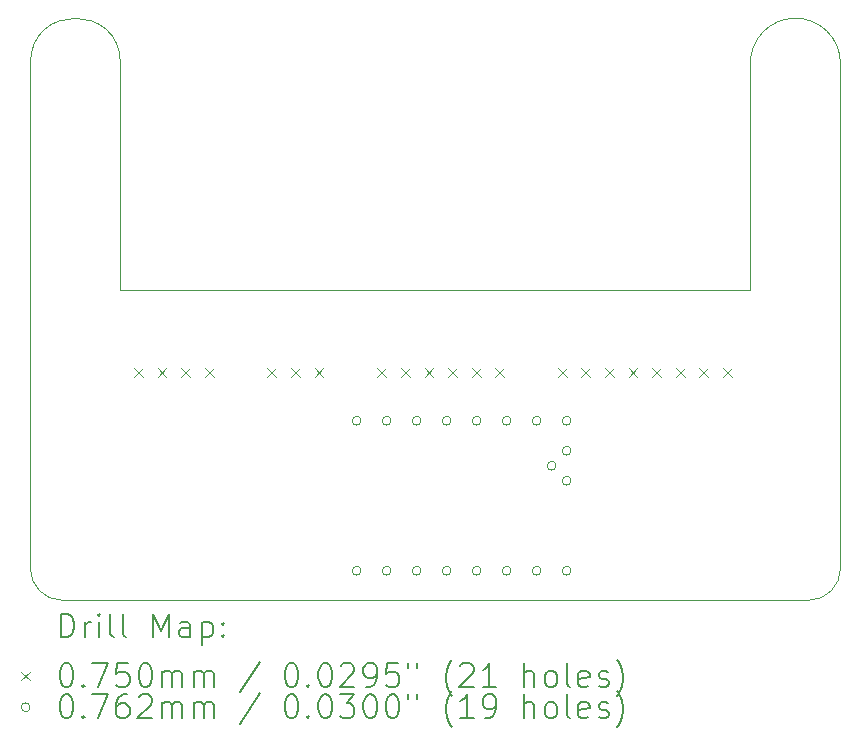
<source format=gbr>
%TF.GenerationSoftware,KiCad,Pcbnew,9.0.7*%
%TF.CreationDate,2026-02-21T16:48:58+00:00*%
%TF.ProjectId,z-axis-addon,7a2d6178-6973-42d6-9164-646f6e2e6b69,A*%
%TF.SameCoordinates,Original*%
%TF.FileFunction,Drillmap*%
%TF.FilePolarity,Positive*%
%FSLAX45Y45*%
G04 Gerber Fmt 4.5, Leading zero omitted, Abs format (unit mm)*
G04 Created by KiCad (PCBNEW 9.0.7) date 2026-02-21 16:48:58*
%MOMM*%
%LPD*%
G01*
G04 APERTURE LIST*
%ADD10C,0.050000*%
%ADD11C,0.200000*%
%ADD12C,0.100000*%
G04 APERTURE END LIST*
D10*
X15265400Y-13627100D02*
X15265400Y-13538200D01*
X22123400Y-13627100D02*
X22123400Y-13538200D01*
X15265400Y-9347200D02*
X15265400Y-10350500D01*
X16027400Y-10350500D02*
X16027400Y-9347200D01*
X22123400Y-9347200D02*
X22123400Y-10350500D01*
X21361612Y-10363193D02*
X21361612Y-9359893D01*
X16027400Y-11264900D02*
X16027400Y-10795000D01*
X21361612Y-11264900D02*
X16027400Y-11264900D01*
X21361612Y-10795000D02*
X21361612Y-11264900D01*
X15265400Y-13538200D02*
X15265400Y-10350500D01*
X17957800Y-13893800D02*
X15532100Y-13893800D01*
X22123400Y-13538200D02*
X22123400Y-12839700D01*
X22123400Y-13627100D02*
G75*
G02*
X21856700Y-13893800I-266700J0D01*
G01*
X15532100Y-13893800D02*
G75*
G02*
X15265400Y-13627100I0J266700D01*
G01*
X16027400Y-10363200D02*
X16027400Y-10350500D01*
X15265400Y-9347200D02*
G75*
G02*
X16027400Y-9347200I381000J0D01*
G01*
X21361612Y-10363193D02*
X21361612Y-10795000D01*
X21361612Y-9359893D02*
G75*
G02*
X22123400Y-9347200I380789J12693D01*
G01*
X22123400Y-10477500D02*
X22123400Y-10350500D01*
X19939000Y-13893800D02*
X17957800Y-13893800D01*
X22123400Y-12839700D02*
X22123400Y-10477500D01*
X16027400Y-10795000D02*
X16027400Y-10363200D01*
X21856700Y-13893800D02*
X19939000Y-13893800D01*
D11*
D12*
X16142300Y-11925900D02*
X16217300Y-12000900D01*
X16217300Y-11925900D02*
X16142300Y-12000900D01*
X16342300Y-11925900D02*
X16417300Y-12000900D01*
X16417300Y-11925900D02*
X16342300Y-12000900D01*
X16542300Y-11925900D02*
X16617300Y-12000900D01*
X16617300Y-11925900D02*
X16542300Y-12000900D01*
X16742300Y-11925900D02*
X16817300Y-12000900D01*
X16817300Y-11925900D02*
X16742300Y-12000900D01*
X17271000Y-11925900D02*
X17346000Y-12000900D01*
X17346000Y-11925900D02*
X17271000Y-12000900D01*
X17471000Y-11925900D02*
X17546000Y-12000900D01*
X17546000Y-11925900D02*
X17471000Y-12000900D01*
X17671000Y-11925900D02*
X17746000Y-12000900D01*
X17746000Y-11925900D02*
X17671000Y-12000900D01*
X18202900Y-11925900D02*
X18277900Y-12000900D01*
X18277900Y-11925900D02*
X18202900Y-12000900D01*
X18402900Y-11925900D02*
X18477900Y-12000900D01*
X18477900Y-11925900D02*
X18402900Y-12000900D01*
X18602900Y-11925900D02*
X18677900Y-12000900D01*
X18677900Y-11925900D02*
X18602900Y-12000900D01*
X18802900Y-11925900D02*
X18877900Y-12000900D01*
X18877900Y-11925900D02*
X18802900Y-12000900D01*
X19002900Y-11925900D02*
X19077900Y-12000900D01*
X19077900Y-11925900D02*
X19002900Y-12000900D01*
X19202900Y-11925900D02*
X19277900Y-12000900D01*
X19277900Y-11925900D02*
X19202900Y-12000900D01*
X19730100Y-11925900D02*
X19805100Y-12000900D01*
X19805100Y-11925900D02*
X19730100Y-12000900D01*
X19930100Y-11925900D02*
X20005100Y-12000900D01*
X20005100Y-11925900D02*
X19930100Y-12000900D01*
X20130100Y-11925900D02*
X20205100Y-12000900D01*
X20205100Y-11925900D02*
X20130100Y-12000900D01*
X20330100Y-11925900D02*
X20405100Y-12000900D01*
X20405100Y-11925900D02*
X20330100Y-12000900D01*
X20530100Y-11925900D02*
X20605100Y-12000900D01*
X20605100Y-11925900D02*
X20530100Y-12000900D01*
X20730100Y-11925900D02*
X20805100Y-12000900D01*
X20805100Y-11925900D02*
X20730100Y-12000900D01*
X20930100Y-11925900D02*
X21005100Y-12000900D01*
X21005100Y-11925900D02*
X20930100Y-12000900D01*
X21130100Y-11925900D02*
X21205100Y-12000900D01*
X21205100Y-11925900D02*
X21130100Y-12000900D01*
X18065140Y-12374660D02*
G75*
G02*
X17988940Y-12374660I-38100J0D01*
G01*
X17988940Y-12374660D02*
G75*
G02*
X18065140Y-12374660I38100J0D01*
G01*
X18065140Y-13644660D02*
G75*
G02*
X17988940Y-13644660I-38100J0D01*
G01*
X17988940Y-13644660D02*
G75*
G02*
X18065140Y-13644660I38100J0D01*
G01*
X18319140Y-12374660D02*
G75*
G02*
X18242940Y-12374660I-38100J0D01*
G01*
X18242940Y-12374660D02*
G75*
G02*
X18319140Y-12374660I38100J0D01*
G01*
X18319140Y-13644660D02*
G75*
G02*
X18242940Y-13644660I-38100J0D01*
G01*
X18242940Y-13644660D02*
G75*
G02*
X18319140Y-13644660I38100J0D01*
G01*
X18573140Y-12374660D02*
G75*
G02*
X18496940Y-12374660I-38100J0D01*
G01*
X18496940Y-12374660D02*
G75*
G02*
X18573140Y-12374660I38100J0D01*
G01*
X18573140Y-13644660D02*
G75*
G02*
X18496940Y-13644660I-38100J0D01*
G01*
X18496940Y-13644660D02*
G75*
G02*
X18573140Y-13644660I38100J0D01*
G01*
X18827140Y-12374660D02*
G75*
G02*
X18750940Y-12374660I-38100J0D01*
G01*
X18750940Y-12374660D02*
G75*
G02*
X18827140Y-12374660I38100J0D01*
G01*
X18827140Y-13644660D02*
G75*
G02*
X18750940Y-13644660I-38100J0D01*
G01*
X18750940Y-13644660D02*
G75*
G02*
X18827140Y-13644660I38100J0D01*
G01*
X19081140Y-12374660D02*
G75*
G02*
X19004940Y-12374660I-38100J0D01*
G01*
X19004940Y-12374660D02*
G75*
G02*
X19081140Y-12374660I38100J0D01*
G01*
X19081140Y-13644660D02*
G75*
G02*
X19004940Y-13644660I-38100J0D01*
G01*
X19004940Y-13644660D02*
G75*
G02*
X19081140Y-13644660I38100J0D01*
G01*
X19335140Y-12374660D02*
G75*
G02*
X19258940Y-12374660I-38100J0D01*
G01*
X19258940Y-12374660D02*
G75*
G02*
X19335140Y-12374660I38100J0D01*
G01*
X19335140Y-13644660D02*
G75*
G02*
X19258940Y-13644660I-38100J0D01*
G01*
X19258940Y-13644660D02*
G75*
G02*
X19335140Y-13644660I38100J0D01*
G01*
X19589140Y-12374660D02*
G75*
G02*
X19512940Y-12374660I-38100J0D01*
G01*
X19512940Y-12374660D02*
G75*
G02*
X19589140Y-12374660I38100J0D01*
G01*
X19589140Y-13644660D02*
G75*
G02*
X19512940Y-13644660I-38100J0D01*
G01*
X19512940Y-13644660D02*
G75*
G02*
X19589140Y-13644660I38100J0D01*
G01*
X19716140Y-12755660D02*
G75*
G02*
X19639940Y-12755660I-38100J0D01*
G01*
X19639940Y-12755660D02*
G75*
G02*
X19716140Y-12755660I38100J0D01*
G01*
X19843140Y-12374660D02*
G75*
G02*
X19766940Y-12374660I-38100J0D01*
G01*
X19766940Y-12374660D02*
G75*
G02*
X19843140Y-12374660I38100J0D01*
G01*
X19843140Y-12628660D02*
G75*
G02*
X19766940Y-12628660I-38100J0D01*
G01*
X19766940Y-12628660D02*
G75*
G02*
X19843140Y-12628660I38100J0D01*
G01*
X19843140Y-12882660D02*
G75*
G02*
X19766940Y-12882660I-38100J0D01*
G01*
X19766940Y-12882660D02*
G75*
G02*
X19843140Y-12882660I38100J0D01*
G01*
X19843140Y-13644660D02*
G75*
G02*
X19766940Y-13644660I-38100J0D01*
G01*
X19766940Y-13644660D02*
G75*
G02*
X19843140Y-13644660I38100J0D01*
G01*
D11*
X15523677Y-14207784D02*
X15523677Y-14007784D01*
X15523677Y-14007784D02*
X15571296Y-14007784D01*
X15571296Y-14007784D02*
X15599867Y-14017308D01*
X15599867Y-14017308D02*
X15618915Y-14036355D01*
X15618915Y-14036355D02*
X15628439Y-14055403D01*
X15628439Y-14055403D02*
X15637962Y-14093498D01*
X15637962Y-14093498D02*
X15637962Y-14122069D01*
X15637962Y-14122069D02*
X15628439Y-14160165D01*
X15628439Y-14160165D02*
X15618915Y-14179212D01*
X15618915Y-14179212D02*
X15599867Y-14198260D01*
X15599867Y-14198260D02*
X15571296Y-14207784D01*
X15571296Y-14207784D02*
X15523677Y-14207784D01*
X15723677Y-14207784D02*
X15723677Y-14074450D01*
X15723677Y-14112546D02*
X15733201Y-14093498D01*
X15733201Y-14093498D02*
X15742724Y-14083974D01*
X15742724Y-14083974D02*
X15761772Y-14074450D01*
X15761772Y-14074450D02*
X15780820Y-14074450D01*
X15847486Y-14207784D02*
X15847486Y-14074450D01*
X15847486Y-14007784D02*
X15837962Y-14017308D01*
X15837962Y-14017308D02*
X15847486Y-14026831D01*
X15847486Y-14026831D02*
X15857010Y-14017308D01*
X15857010Y-14017308D02*
X15847486Y-14007784D01*
X15847486Y-14007784D02*
X15847486Y-14026831D01*
X15971296Y-14207784D02*
X15952248Y-14198260D01*
X15952248Y-14198260D02*
X15942724Y-14179212D01*
X15942724Y-14179212D02*
X15942724Y-14007784D01*
X16076058Y-14207784D02*
X16057010Y-14198260D01*
X16057010Y-14198260D02*
X16047486Y-14179212D01*
X16047486Y-14179212D02*
X16047486Y-14007784D01*
X16304629Y-14207784D02*
X16304629Y-14007784D01*
X16304629Y-14007784D02*
X16371296Y-14150641D01*
X16371296Y-14150641D02*
X16437962Y-14007784D01*
X16437962Y-14007784D02*
X16437962Y-14207784D01*
X16618915Y-14207784D02*
X16618915Y-14103022D01*
X16618915Y-14103022D02*
X16609391Y-14083974D01*
X16609391Y-14083974D02*
X16590343Y-14074450D01*
X16590343Y-14074450D02*
X16552248Y-14074450D01*
X16552248Y-14074450D02*
X16533201Y-14083974D01*
X16618915Y-14198260D02*
X16599867Y-14207784D01*
X16599867Y-14207784D02*
X16552248Y-14207784D01*
X16552248Y-14207784D02*
X16533201Y-14198260D01*
X16533201Y-14198260D02*
X16523677Y-14179212D01*
X16523677Y-14179212D02*
X16523677Y-14160165D01*
X16523677Y-14160165D02*
X16533201Y-14141117D01*
X16533201Y-14141117D02*
X16552248Y-14131593D01*
X16552248Y-14131593D02*
X16599867Y-14131593D01*
X16599867Y-14131593D02*
X16618915Y-14122069D01*
X16714153Y-14074450D02*
X16714153Y-14274450D01*
X16714153Y-14083974D02*
X16733201Y-14074450D01*
X16733201Y-14074450D02*
X16771296Y-14074450D01*
X16771296Y-14074450D02*
X16790344Y-14083974D01*
X16790344Y-14083974D02*
X16799867Y-14093498D01*
X16799867Y-14093498D02*
X16809391Y-14112546D01*
X16809391Y-14112546D02*
X16809391Y-14169688D01*
X16809391Y-14169688D02*
X16799867Y-14188736D01*
X16799867Y-14188736D02*
X16790344Y-14198260D01*
X16790344Y-14198260D02*
X16771296Y-14207784D01*
X16771296Y-14207784D02*
X16733201Y-14207784D01*
X16733201Y-14207784D02*
X16714153Y-14198260D01*
X16895105Y-14188736D02*
X16904629Y-14198260D01*
X16904629Y-14198260D02*
X16895105Y-14207784D01*
X16895105Y-14207784D02*
X16885582Y-14198260D01*
X16885582Y-14198260D02*
X16895105Y-14188736D01*
X16895105Y-14188736D02*
X16895105Y-14207784D01*
X16895105Y-14083974D02*
X16904629Y-14093498D01*
X16904629Y-14093498D02*
X16895105Y-14103022D01*
X16895105Y-14103022D02*
X16885582Y-14093498D01*
X16885582Y-14093498D02*
X16895105Y-14083974D01*
X16895105Y-14083974D02*
X16895105Y-14103022D01*
D12*
X15187900Y-14498800D02*
X15262900Y-14573800D01*
X15262900Y-14498800D02*
X15187900Y-14573800D01*
D11*
X15561772Y-14427784D02*
X15580820Y-14427784D01*
X15580820Y-14427784D02*
X15599867Y-14437308D01*
X15599867Y-14437308D02*
X15609391Y-14446831D01*
X15609391Y-14446831D02*
X15618915Y-14465879D01*
X15618915Y-14465879D02*
X15628439Y-14503974D01*
X15628439Y-14503974D02*
X15628439Y-14551593D01*
X15628439Y-14551593D02*
X15618915Y-14589688D01*
X15618915Y-14589688D02*
X15609391Y-14608736D01*
X15609391Y-14608736D02*
X15599867Y-14618260D01*
X15599867Y-14618260D02*
X15580820Y-14627784D01*
X15580820Y-14627784D02*
X15561772Y-14627784D01*
X15561772Y-14627784D02*
X15542724Y-14618260D01*
X15542724Y-14618260D02*
X15533201Y-14608736D01*
X15533201Y-14608736D02*
X15523677Y-14589688D01*
X15523677Y-14589688D02*
X15514153Y-14551593D01*
X15514153Y-14551593D02*
X15514153Y-14503974D01*
X15514153Y-14503974D02*
X15523677Y-14465879D01*
X15523677Y-14465879D02*
X15533201Y-14446831D01*
X15533201Y-14446831D02*
X15542724Y-14437308D01*
X15542724Y-14437308D02*
X15561772Y-14427784D01*
X15714153Y-14608736D02*
X15723677Y-14618260D01*
X15723677Y-14618260D02*
X15714153Y-14627784D01*
X15714153Y-14627784D02*
X15704629Y-14618260D01*
X15704629Y-14618260D02*
X15714153Y-14608736D01*
X15714153Y-14608736D02*
X15714153Y-14627784D01*
X15790343Y-14427784D02*
X15923677Y-14427784D01*
X15923677Y-14427784D02*
X15837962Y-14627784D01*
X16095105Y-14427784D02*
X15999867Y-14427784D01*
X15999867Y-14427784D02*
X15990343Y-14523022D01*
X15990343Y-14523022D02*
X15999867Y-14513498D01*
X15999867Y-14513498D02*
X16018915Y-14503974D01*
X16018915Y-14503974D02*
X16066534Y-14503974D01*
X16066534Y-14503974D02*
X16085582Y-14513498D01*
X16085582Y-14513498D02*
X16095105Y-14523022D01*
X16095105Y-14523022D02*
X16104629Y-14542069D01*
X16104629Y-14542069D02*
X16104629Y-14589688D01*
X16104629Y-14589688D02*
X16095105Y-14608736D01*
X16095105Y-14608736D02*
X16085582Y-14618260D01*
X16085582Y-14618260D02*
X16066534Y-14627784D01*
X16066534Y-14627784D02*
X16018915Y-14627784D01*
X16018915Y-14627784D02*
X15999867Y-14618260D01*
X15999867Y-14618260D02*
X15990343Y-14608736D01*
X16228439Y-14427784D02*
X16247486Y-14427784D01*
X16247486Y-14427784D02*
X16266534Y-14437308D01*
X16266534Y-14437308D02*
X16276058Y-14446831D01*
X16276058Y-14446831D02*
X16285582Y-14465879D01*
X16285582Y-14465879D02*
X16295105Y-14503974D01*
X16295105Y-14503974D02*
X16295105Y-14551593D01*
X16295105Y-14551593D02*
X16285582Y-14589688D01*
X16285582Y-14589688D02*
X16276058Y-14608736D01*
X16276058Y-14608736D02*
X16266534Y-14618260D01*
X16266534Y-14618260D02*
X16247486Y-14627784D01*
X16247486Y-14627784D02*
X16228439Y-14627784D01*
X16228439Y-14627784D02*
X16209391Y-14618260D01*
X16209391Y-14618260D02*
X16199867Y-14608736D01*
X16199867Y-14608736D02*
X16190343Y-14589688D01*
X16190343Y-14589688D02*
X16180820Y-14551593D01*
X16180820Y-14551593D02*
X16180820Y-14503974D01*
X16180820Y-14503974D02*
X16190343Y-14465879D01*
X16190343Y-14465879D02*
X16199867Y-14446831D01*
X16199867Y-14446831D02*
X16209391Y-14437308D01*
X16209391Y-14437308D02*
X16228439Y-14427784D01*
X16380820Y-14627784D02*
X16380820Y-14494450D01*
X16380820Y-14513498D02*
X16390343Y-14503974D01*
X16390343Y-14503974D02*
X16409391Y-14494450D01*
X16409391Y-14494450D02*
X16437963Y-14494450D01*
X16437963Y-14494450D02*
X16457010Y-14503974D01*
X16457010Y-14503974D02*
X16466534Y-14523022D01*
X16466534Y-14523022D02*
X16466534Y-14627784D01*
X16466534Y-14523022D02*
X16476058Y-14503974D01*
X16476058Y-14503974D02*
X16495105Y-14494450D01*
X16495105Y-14494450D02*
X16523677Y-14494450D01*
X16523677Y-14494450D02*
X16542724Y-14503974D01*
X16542724Y-14503974D02*
X16552248Y-14523022D01*
X16552248Y-14523022D02*
X16552248Y-14627784D01*
X16647486Y-14627784D02*
X16647486Y-14494450D01*
X16647486Y-14513498D02*
X16657010Y-14503974D01*
X16657010Y-14503974D02*
X16676058Y-14494450D01*
X16676058Y-14494450D02*
X16704629Y-14494450D01*
X16704629Y-14494450D02*
X16723677Y-14503974D01*
X16723677Y-14503974D02*
X16733201Y-14523022D01*
X16733201Y-14523022D02*
X16733201Y-14627784D01*
X16733201Y-14523022D02*
X16742724Y-14503974D01*
X16742724Y-14503974D02*
X16761772Y-14494450D01*
X16761772Y-14494450D02*
X16790344Y-14494450D01*
X16790344Y-14494450D02*
X16809391Y-14503974D01*
X16809391Y-14503974D02*
X16818915Y-14523022D01*
X16818915Y-14523022D02*
X16818915Y-14627784D01*
X17209391Y-14418260D02*
X17037963Y-14675403D01*
X17466534Y-14427784D02*
X17485582Y-14427784D01*
X17485582Y-14427784D02*
X17504629Y-14437308D01*
X17504629Y-14437308D02*
X17514153Y-14446831D01*
X17514153Y-14446831D02*
X17523677Y-14465879D01*
X17523677Y-14465879D02*
X17533201Y-14503974D01*
X17533201Y-14503974D02*
X17533201Y-14551593D01*
X17533201Y-14551593D02*
X17523677Y-14589688D01*
X17523677Y-14589688D02*
X17514153Y-14608736D01*
X17514153Y-14608736D02*
X17504629Y-14618260D01*
X17504629Y-14618260D02*
X17485582Y-14627784D01*
X17485582Y-14627784D02*
X17466534Y-14627784D01*
X17466534Y-14627784D02*
X17447487Y-14618260D01*
X17447487Y-14618260D02*
X17437963Y-14608736D01*
X17437963Y-14608736D02*
X17428439Y-14589688D01*
X17428439Y-14589688D02*
X17418915Y-14551593D01*
X17418915Y-14551593D02*
X17418915Y-14503974D01*
X17418915Y-14503974D02*
X17428439Y-14465879D01*
X17428439Y-14465879D02*
X17437963Y-14446831D01*
X17437963Y-14446831D02*
X17447487Y-14437308D01*
X17447487Y-14437308D02*
X17466534Y-14427784D01*
X17618915Y-14608736D02*
X17628439Y-14618260D01*
X17628439Y-14618260D02*
X17618915Y-14627784D01*
X17618915Y-14627784D02*
X17609391Y-14618260D01*
X17609391Y-14618260D02*
X17618915Y-14608736D01*
X17618915Y-14608736D02*
X17618915Y-14627784D01*
X17752248Y-14427784D02*
X17771296Y-14427784D01*
X17771296Y-14427784D02*
X17790344Y-14437308D01*
X17790344Y-14437308D02*
X17799868Y-14446831D01*
X17799868Y-14446831D02*
X17809391Y-14465879D01*
X17809391Y-14465879D02*
X17818915Y-14503974D01*
X17818915Y-14503974D02*
X17818915Y-14551593D01*
X17818915Y-14551593D02*
X17809391Y-14589688D01*
X17809391Y-14589688D02*
X17799868Y-14608736D01*
X17799868Y-14608736D02*
X17790344Y-14618260D01*
X17790344Y-14618260D02*
X17771296Y-14627784D01*
X17771296Y-14627784D02*
X17752248Y-14627784D01*
X17752248Y-14627784D02*
X17733201Y-14618260D01*
X17733201Y-14618260D02*
X17723677Y-14608736D01*
X17723677Y-14608736D02*
X17714153Y-14589688D01*
X17714153Y-14589688D02*
X17704629Y-14551593D01*
X17704629Y-14551593D02*
X17704629Y-14503974D01*
X17704629Y-14503974D02*
X17714153Y-14465879D01*
X17714153Y-14465879D02*
X17723677Y-14446831D01*
X17723677Y-14446831D02*
X17733201Y-14437308D01*
X17733201Y-14437308D02*
X17752248Y-14427784D01*
X17895106Y-14446831D02*
X17904629Y-14437308D01*
X17904629Y-14437308D02*
X17923677Y-14427784D01*
X17923677Y-14427784D02*
X17971296Y-14427784D01*
X17971296Y-14427784D02*
X17990344Y-14437308D01*
X17990344Y-14437308D02*
X17999868Y-14446831D01*
X17999868Y-14446831D02*
X18009391Y-14465879D01*
X18009391Y-14465879D02*
X18009391Y-14484927D01*
X18009391Y-14484927D02*
X17999868Y-14513498D01*
X17999868Y-14513498D02*
X17885582Y-14627784D01*
X17885582Y-14627784D02*
X18009391Y-14627784D01*
X18104629Y-14627784D02*
X18142725Y-14627784D01*
X18142725Y-14627784D02*
X18161772Y-14618260D01*
X18161772Y-14618260D02*
X18171296Y-14608736D01*
X18171296Y-14608736D02*
X18190344Y-14580165D01*
X18190344Y-14580165D02*
X18199868Y-14542069D01*
X18199868Y-14542069D02*
X18199868Y-14465879D01*
X18199868Y-14465879D02*
X18190344Y-14446831D01*
X18190344Y-14446831D02*
X18180820Y-14437308D01*
X18180820Y-14437308D02*
X18161772Y-14427784D01*
X18161772Y-14427784D02*
X18123677Y-14427784D01*
X18123677Y-14427784D02*
X18104629Y-14437308D01*
X18104629Y-14437308D02*
X18095106Y-14446831D01*
X18095106Y-14446831D02*
X18085582Y-14465879D01*
X18085582Y-14465879D02*
X18085582Y-14513498D01*
X18085582Y-14513498D02*
X18095106Y-14532546D01*
X18095106Y-14532546D02*
X18104629Y-14542069D01*
X18104629Y-14542069D02*
X18123677Y-14551593D01*
X18123677Y-14551593D02*
X18161772Y-14551593D01*
X18161772Y-14551593D02*
X18180820Y-14542069D01*
X18180820Y-14542069D02*
X18190344Y-14532546D01*
X18190344Y-14532546D02*
X18199868Y-14513498D01*
X18380820Y-14427784D02*
X18285582Y-14427784D01*
X18285582Y-14427784D02*
X18276058Y-14523022D01*
X18276058Y-14523022D02*
X18285582Y-14513498D01*
X18285582Y-14513498D02*
X18304629Y-14503974D01*
X18304629Y-14503974D02*
X18352249Y-14503974D01*
X18352249Y-14503974D02*
X18371296Y-14513498D01*
X18371296Y-14513498D02*
X18380820Y-14523022D01*
X18380820Y-14523022D02*
X18390344Y-14542069D01*
X18390344Y-14542069D02*
X18390344Y-14589688D01*
X18390344Y-14589688D02*
X18380820Y-14608736D01*
X18380820Y-14608736D02*
X18371296Y-14618260D01*
X18371296Y-14618260D02*
X18352249Y-14627784D01*
X18352249Y-14627784D02*
X18304629Y-14627784D01*
X18304629Y-14627784D02*
X18285582Y-14618260D01*
X18285582Y-14618260D02*
X18276058Y-14608736D01*
X18466534Y-14427784D02*
X18466534Y-14465879D01*
X18542725Y-14427784D02*
X18542725Y-14465879D01*
X18837963Y-14703974D02*
X18828439Y-14694450D01*
X18828439Y-14694450D02*
X18809391Y-14665879D01*
X18809391Y-14665879D02*
X18799868Y-14646831D01*
X18799868Y-14646831D02*
X18790344Y-14618260D01*
X18790344Y-14618260D02*
X18780820Y-14570641D01*
X18780820Y-14570641D02*
X18780820Y-14532546D01*
X18780820Y-14532546D02*
X18790344Y-14484927D01*
X18790344Y-14484927D02*
X18799868Y-14456355D01*
X18799868Y-14456355D02*
X18809391Y-14437308D01*
X18809391Y-14437308D02*
X18828439Y-14408736D01*
X18828439Y-14408736D02*
X18837963Y-14399212D01*
X18904630Y-14446831D02*
X18914153Y-14437308D01*
X18914153Y-14437308D02*
X18933201Y-14427784D01*
X18933201Y-14427784D02*
X18980820Y-14427784D01*
X18980820Y-14427784D02*
X18999868Y-14437308D01*
X18999868Y-14437308D02*
X19009391Y-14446831D01*
X19009391Y-14446831D02*
X19018915Y-14465879D01*
X19018915Y-14465879D02*
X19018915Y-14484927D01*
X19018915Y-14484927D02*
X19009391Y-14513498D01*
X19009391Y-14513498D02*
X18895106Y-14627784D01*
X18895106Y-14627784D02*
X19018915Y-14627784D01*
X19209391Y-14627784D02*
X19095106Y-14627784D01*
X19152249Y-14627784D02*
X19152249Y-14427784D01*
X19152249Y-14427784D02*
X19133201Y-14456355D01*
X19133201Y-14456355D02*
X19114153Y-14475403D01*
X19114153Y-14475403D02*
X19095106Y-14484927D01*
X19447487Y-14627784D02*
X19447487Y-14427784D01*
X19533201Y-14627784D02*
X19533201Y-14523022D01*
X19533201Y-14523022D02*
X19523677Y-14503974D01*
X19523677Y-14503974D02*
X19504630Y-14494450D01*
X19504630Y-14494450D02*
X19476058Y-14494450D01*
X19476058Y-14494450D02*
X19457011Y-14503974D01*
X19457011Y-14503974D02*
X19447487Y-14513498D01*
X19657011Y-14627784D02*
X19637963Y-14618260D01*
X19637963Y-14618260D02*
X19628439Y-14608736D01*
X19628439Y-14608736D02*
X19618915Y-14589688D01*
X19618915Y-14589688D02*
X19618915Y-14532546D01*
X19618915Y-14532546D02*
X19628439Y-14513498D01*
X19628439Y-14513498D02*
X19637963Y-14503974D01*
X19637963Y-14503974D02*
X19657011Y-14494450D01*
X19657011Y-14494450D02*
X19685582Y-14494450D01*
X19685582Y-14494450D02*
X19704630Y-14503974D01*
X19704630Y-14503974D02*
X19714153Y-14513498D01*
X19714153Y-14513498D02*
X19723677Y-14532546D01*
X19723677Y-14532546D02*
X19723677Y-14589688D01*
X19723677Y-14589688D02*
X19714153Y-14608736D01*
X19714153Y-14608736D02*
X19704630Y-14618260D01*
X19704630Y-14618260D02*
X19685582Y-14627784D01*
X19685582Y-14627784D02*
X19657011Y-14627784D01*
X19837963Y-14627784D02*
X19818915Y-14618260D01*
X19818915Y-14618260D02*
X19809392Y-14599212D01*
X19809392Y-14599212D02*
X19809392Y-14427784D01*
X19990344Y-14618260D02*
X19971296Y-14627784D01*
X19971296Y-14627784D02*
X19933201Y-14627784D01*
X19933201Y-14627784D02*
X19914153Y-14618260D01*
X19914153Y-14618260D02*
X19904630Y-14599212D01*
X19904630Y-14599212D02*
X19904630Y-14523022D01*
X19904630Y-14523022D02*
X19914153Y-14503974D01*
X19914153Y-14503974D02*
X19933201Y-14494450D01*
X19933201Y-14494450D02*
X19971296Y-14494450D01*
X19971296Y-14494450D02*
X19990344Y-14503974D01*
X19990344Y-14503974D02*
X19999868Y-14523022D01*
X19999868Y-14523022D02*
X19999868Y-14542069D01*
X19999868Y-14542069D02*
X19904630Y-14561117D01*
X20076058Y-14618260D02*
X20095106Y-14627784D01*
X20095106Y-14627784D02*
X20133201Y-14627784D01*
X20133201Y-14627784D02*
X20152249Y-14618260D01*
X20152249Y-14618260D02*
X20161773Y-14599212D01*
X20161773Y-14599212D02*
X20161773Y-14589688D01*
X20161773Y-14589688D02*
X20152249Y-14570641D01*
X20152249Y-14570641D02*
X20133201Y-14561117D01*
X20133201Y-14561117D02*
X20104630Y-14561117D01*
X20104630Y-14561117D02*
X20085582Y-14551593D01*
X20085582Y-14551593D02*
X20076058Y-14532546D01*
X20076058Y-14532546D02*
X20076058Y-14523022D01*
X20076058Y-14523022D02*
X20085582Y-14503974D01*
X20085582Y-14503974D02*
X20104630Y-14494450D01*
X20104630Y-14494450D02*
X20133201Y-14494450D01*
X20133201Y-14494450D02*
X20152249Y-14503974D01*
X20228439Y-14703974D02*
X20237963Y-14694450D01*
X20237963Y-14694450D02*
X20257011Y-14665879D01*
X20257011Y-14665879D02*
X20266534Y-14646831D01*
X20266534Y-14646831D02*
X20276058Y-14618260D01*
X20276058Y-14618260D02*
X20285582Y-14570641D01*
X20285582Y-14570641D02*
X20285582Y-14532546D01*
X20285582Y-14532546D02*
X20276058Y-14484927D01*
X20276058Y-14484927D02*
X20266534Y-14456355D01*
X20266534Y-14456355D02*
X20257011Y-14437308D01*
X20257011Y-14437308D02*
X20237963Y-14408736D01*
X20237963Y-14408736D02*
X20228439Y-14399212D01*
D12*
X15262900Y-14800300D02*
G75*
G02*
X15186700Y-14800300I-38100J0D01*
G01*
X15186700Y-14800300D02*
G75*
G02*
X15262900Y-14800300I38100J0D01*
G01*
D11*
X15561772Y-14691784D02*
X15580820Y-14691784D01*
X15580820Y-14691784D02*
X15599867Y-14701308D01*
X15599867Y-14701308D02*
X15609391Y-14710831D01*
X15609391Y-14710831D02*
X15618915Y-14729879D01*
X15618915Y-14729879D02*
X15628439Y-14767974D01*
X15628439Y-14767974D02*
X15628439Y-14815593D01*
X15628439Y-14815593D02*
X15618915Y-14853688D01*
X15618915Y-14853688D02*
X15609391Y-14872736D01*
X15609391Y-14872736D02*
X15599867Y-14882260D01*
X15599867Y-14882260D02*
X15580820Y-14891784D01*
X15580820Y-14891784D02*
X15561772Y-14891784D01*
X15561772Y-14891784D02*
X15542724Y-14882260D01*
X15542724Y-14882260D02*
X15533201Y-14872736D01*
X15533201Y-14872736D02*
X15523677Y-14853688D01*
X15523677Y-14853688D02*
X15514153Y-14815593D01*
X15514153Y-14815593D02*
X15514153Y-14767974D01*
X15514153Y-14767974D02*
X15523677Y-14729879D01*
X15523677Y-14729879D02*
X15533201Y-14710831D01*
X15533201Y-14710831D02*
X15542724Y-14701308D01*
X15542724Y-14701308D02*
X15561772Y-14691784D01*
X15714153Y-14872736D02*
X15723677Y-14882260D01*
X15723677Y-14882260D02*
X15714153Y-14891784D01*
X15714153Y-14891784D02*
X15704629Y-14882260D01*
X15704629Y-14882260D02*
X15714153Y-14872736D01*
X15714153Y-14872736D02*
X15714153Y-14891784D01*
X15790343Y-14691784D02*
X15923677Y-14691784D01*
X15923677Y-14691784D02*
X15837962Y-14891784D01*
X16085582Y-14691784D02*
X16047486Y-14691784D01*
X16047486Y-14691784D02*
X16028439Y-14701308D01*
X16028439Y-14701308D02*
X16018915Y-14710831D01*
X16018915Y-14710831D02*
X15999867Y-14739403D01*
X15999867Y-14739403D02*
X15990343Y-14777498D01*
X15990343Y-14777498D02*
X15990343Y-14853688D01*
X15990343Y-14853688D02*
X15999867Y-14872736D01*
X15999867Y-14872736D02*
X16009391Y-14882260D01*
X16009391Y-14882260D02*
X16028439Y-14891784D01*
X16028439Y-14891784D02*
X16066534Y-14891784D01*
X16066534Y-14891784D02*
X16085582Y-14882260D01*
X16085582Y-14882260D02*
X16095105Y-14872736D01*
X16095105Y-14872736D02*
X16104629Y-14853688D01*
X16104629Y-14853688D02*
X16104629Y-14806069D01*
X16104629Y-14806069D02*
X16095105Y-14787022D01*
X16095105Y-14787022D02*
X16085582Y-14777498D01*
X16085582Y-14777498D02*
X16066534Y-14767974D01*
X16066534Y-14767974D02*
X16028439Y-14767974D01*
X16028439Y-14767974D02*
X16009391Y-14777498D01*
X16009391Y-14777498D02*
X15999867Y-14787022D01*
X15999867Y-14787022D02*
X15990343Y-14806069D01*
X16180820Y-14710831D02*
X16190343Y-14701308D01*
X16190343Y-14701308D02*
X16209391Y-14691784D01*
X16209391Y-14691784D02*
X16257010Y-14691784D01*
X16257010Y-14691784D02*
X16276058Y-14701308D01*
X16276058Y-14701308D02*
X16285582Y-14710831D01*
X16285582Y-14710831D02*
X16295105Y-14729879D01*
X16295105Y-14729879D02*
X16295105Y-14748927D01*
X16295105Y-14748927D02*
X16285582Y-14777498D01*
X16285582Y-14777498D02*
X16171296Y-14891784D01*
X16171296Y-14891784D02*
X16295105Y-14891784D01*
X16380820Y-14891784D02*
X16380820Y-14758450D01*
X16380820Y-14777498D02*
X16390343Y-14767974D01*
X16390343Y-14767974D02*
X16409391Y-14758450D01*
X16409391Y-14758450D02*
X16437963Y-14758450D01*
X16437963Y-14758450D02*
X16457010Y-14767974D01*
X16457010Y-14767974D02*
X16466534Y-14787022D01*
X16466534Y-14787022D02*
X16466534Y-14891784D01*
X16466534Y-14787022D02*
X16476058Y-14767974D01*
X16476058Y-14767974D02*
X16495105Y-14758450D01*
X16495105Y-14758450D02*
X16523677Y-14758450D01*
X16523677Y-14758450D02*
X16542724Y-14767974D01*
X16542724Y-14767974D02*
X16552248Y-14787022D01*
X16552248Y-14787022D02*
X16552248Y-14891784D01*
X16647486Y-14891784D02*
X16647486Y-14758450D01*
X16647486Y-14777498D02*
X16657010Y-14767974D01*
X16657010Y-14767974D02*
X16676058Y-14758450D01*
X16676058Y-14758450D02*
X16704629Y-14758450D01*
X16704629Y-14758450D02*
X16723677Y-14767974D01*
X16723677Y-14767974D02*
X16733201Y-14787022D01*
X16733201Y-14787022D02*
X16733201Y-14891784D01*
X16733201Y-14787022D02*
X16742724Y-14767974D01*
X16742724Y-14767974D02*
X16761772Y-14758450D01*
X16761772Y-14758450D02*
X16790344Y-14758450D01*
X16790344Y-14758450D02*
X16809391Y-14767974D01*
X16809391Y-14767974D02*
X16818915Y-14787022D01*
X16818915Y-14787022D02*
X16818915Y-14891784D01*
X17209391Y-14682260D02*
X17037963Y-14939403D01*
X17466534Y-14691784D02*
X17485582Y-14691784D01*
X17485582Y-14691784D02*
X17504629Y-14701308D01*
X17504629Y-14701308D02*
X17514153Y-14710831D01*
X17514153Y-14710831D02*
X17523677Y-14729879D01*
X17523677Y-14729879D02*
X17533201Y-14767974D01*
X17533201Y-14767974D02*
X17533201Y-14815593D01*
X17533201Y-14815593D02*
X17523677Y-14853688D01*
X17523677Y-14853688D02*
X17514153Y-14872736D01*
X17514153Y-14872736D02*
X17504629Y-14882260D01*
X17504629Y-14882260D02*
X17485582Y-14891784D01*
X17485582Y-14891784D02*
X17466534Y-14891784D01*
X17466534Y-14891784D02*
X17447487Y-14882260D01*
X17447487Y-14882260D02*
X17437963Y-14872736D01*
X17437963Y-14872736D02*
X17428439Y-14853688D01*
X17428439Y-14853688D02*
X17418915Y-14815593D01*
X17418915Y-14815593D02*
X17418915Y-14767974D01*
X17418915Y-14767974D02*
X17428439Y-14729879D01*
X17428439Y-14729879D02*
X17437963Y-14710831D01*
X17437963Y-14710831D02*
X17447487Y-14701308D01*
X17447487Y-14701308D02*
X17466534Y-14691784D01*
X17618915Y-14872736D02*
X17628439Y-14882260D01*
X17628439Y-14882260D02*
X17618915Y-14891784D01*
X17618915Y-14891784D02*
X17609391Y-14882260D01*
X17609391Y-14882260D02*
X17618915Y-14872736D01*
X17618915Y-14872736D02*
X17618915Y-14891784D01*
X17752248Y-14691784D02*
X17771296Y-14691784D01*
X17771296Y-14691784D02*
X17790344Y-14701308D01*
X17790344Y-14701308D02*
X17799868Y-14710831D01*
X17799868Y-14710831D02*
X17809391Y-14729879D01*
X17809391Y-14729879D02*
X17818915Y-14767974D01*
X17818915Y-14767974D02*
X17818915Y-14815593D01*
X17818915Y-14815593D02*
X17809391Y-14853688D01*
X17809391Y-14853688D02*
X17799868Y-14872736D01*
X17799868Y-14872736D02*
X17790344Y-14882260D01*
X17790344Y-14882260D02*
X17771296Y-14891784D01*
X17771296Y-14891784D02*
X17752248Y-14891784D01*
X17752248Y-14891784D02*
X17733201Y-14882260D01*
X17733201Y-14882260D02*
X17723677Y-14872736D01*
X17723677Y-14872736D02*
X17714153Y-14853688D01*
X17714153Y-14853688D02*
X17704629Y-14815593D01*
X17704629Y-14815593D02*
X17704629Y-14767974D01*
X17704629Y-14767974D02*
X17714153Y-14729879D01*
X17714153Y-14729879D02*
X17723677Y-14710831D01*
X17723677Y-14710831D02*
X17733201Y-14701308D01*
X17733201Y-14701308D02*
X17752248Y-14691784D01*
X17885582Y-14691784D02*
X18009391Y-14691784D01*
X18009391Y-14691784D02*
X17942725Y-14767974D01*
X17942725Y-14767974D02*
X17971296Y-14767974D01*
X17971296Y-14767974D02*
X17990344Y-14777498D01*
X17990344Y-14777498D02*
X17999868Y-14787022D01*
X17999868Y-14787022D02*
X18009391Y-14806069D01*
X18009391Y-14806069D02*
X18009391Y-14853688D01*
X18009391Y-14853688D02*
X17999868Y-14872736D01*
X17999868Y-14872736D02*
X17990344Y-14882260D01*
X17990344Y-14882260D02*
X17971296Y-14891784D01*
X17971296Y-14891784D02*
X17914153Y-14891784D01*
X17914153Y-14891784D02*
X17895106Y-14882260D01*
X17895106Y-14882260D02*
X17885582Y-14872736D01*
X18133201Y-14691784D02*
X18152249Y-14691784D01*
X18152249Y-14691784D02*
X18171296Y-14701308D01*
X18171296Y-14701308D02*
X18180820Y-14710831D01*
X18180820Y-14710831D02*
X18190344Y-14729879D01*
X18190344Y-14729879D02*
X18199868Y-14767974D01*
X18199868Y-14767974D02*
X18199868Y-14815593D01*
X18199868Y-14815593D02*
X18190344Y-14853688D01*
X18190344Y-14853688D02*
X18180820Y-14872736D01*
X18180820Y-14872736D02*
X18171296Y-14882260D01*
X18171296Y-14882260D02*
X18152249Y-14891784D01*
X18152249Y-14891784D02*
X18133201Y-14891784D01*
X18133201Y-14891784D02*
X18114153Y-14882260D01*
X18114153Y-14882260D02*
X18104629Y-14872736D01*
X18104629Y-14872736D02*
X18095106Y-14853688D01*
X18095106Y-14853688D02*
X18085582Y-14815593D01*
X18085582Y-14815593D02*
X18085582Y-14767974D01*
X18085582Y-14767974D02*
X18095106Y-14729879D01*
X18095106Y-14729879D02*
X18104629Y-14710831D01*
X18104629Y-14710831D02*
X18114153Y-14701308D01*
X18114153Y-14701308D02*
X18133201Y-14691784D01*
X18323677Y-14691784D02*
X18342725Y-14691784D01*
X18342725Y-14691784D02*
X18361772Y-14701308D01*
X18361772Y-14701308D02*
X18371296Y-14710831D01*
X18371296Y-14710831D02*
X18380820Y-14729879D01*
X18380820Y-14729879D02*
X18390344Y-14767974D01*
X18390344Y-14767974D02*
X18390344Y-14815593D01*
X18390344Y-14815593D02*
X18380820Y-14853688D01*
X18380820Y-14853688D02*
X18371296Y-14872736D01*
X18371296Y-14872736D02*
X18361772Y-14882260D01*
X18361772Y-14882260D02*
X18342725Y-14891784D01*
X18342725Y-14891784D02*
X18323677Y-14891784D01*
X18323677Y-14891784D02*
X18304629Y-14882260D01*
X18304629Y-14882260D02*
X18295106Y-14872736D01*
X18295106Y-14872736D02*
X18285582Y-14853688D01*
X18285582Y-14853688D02*
X18276058Y-14815593D01*
X18276058Y-14815593D02*
X18276058Y-14767974D01*
X18276058Y-14767974D02*
X18285582Y-14729879D01*
X18285582Y-14729879D02*
X18295106Y-14710831D01*
X18295106Y-14710831D02*
X18304629Y-14701308D01*
X18304629Y-14701308D02*
X18323677Y-14691784D01*
X18466534Y-14691784D02*
X18466534Y-14729879D01*
X18542725Y-14691784D02*
X18542725Y-14729879D01*
X18837963Y-14967974D02*
X18828439Y-14958450D01*
X18828439Y-14958450D02*
X18809391Y-14929879D01*
X18809391Y-14929879D02*
X18799868Y-14910831D01*
X18799868Y-14910831D02*
X18790344Y-14882260D01*
X18790344Y-14882260D02*
X18780820Y-14834641D01*
X18780820Y-14834641D02*
X18780820Y-14796546D01*
X18780820Y-14796546D02*
X18790344Y-14748927D01*
X18790344Y-14748927D02*
X18799868Y-14720355D01*
X18799868Y-14720355D02*
X18809391Y-14701308D01*
X18809391Y-14701308D02*
X18828439Y-14672736D01*
X18828439Y-14672736D02*
X18837963Y-14663212D01*
X19018915Y-14891784D02*
X18904630Y-14891784D01*
X18961772Y-14891784D02*
X18961772Y-14691784D01*
X18961772Y-14691784D02*
X18942725Y-14720355D01*
X18942725Y-14720355D02*
X18923677Y-14739403D01*
X18923677Y-14739403D02*
X18904630Y-14748927D01*
X19114153Y-14891784D02*
X19152249Y-14891784D01*
X19152249Y-14891784D02*
X19171296Y-14882260D01*
X19171296Y-14882260D02*
X19180820Y-14872736D01*
X19180820Y-14872736D02*
X19199868Y-14844165D01*
X19199868Y-14844165D02*
X19209391Y-14806069D01*
X19209391Y-14806069D02*
X19209391Y-14729879D01*
X19209391Y-14729879D02*
X19199868Y-14710831D01*
X19199868Y-14710831D02*
X19190344Y-14701308D01*
X19190344Y-14701308D02*
X19171296Y-14691784D01*
X19171296Y-14691784D02*
X19133201Y-14691784D01*
X19133201Y-14691784D02*
X19114153Y-14701308D01*
X19114153Y-14701308D02*
X19104630Y-14710831D01*
X19104630Y-14710831D02*
X19095106Y-14729879D01*
X19095106Y-14729879D02*
X19095106Y-14777498D01*
X19095106Y-14777498D02*
X19104630Y-14796546D01*
X19104630Y-14796546D02*
X19114153Y-14806069D01*
X19114153Y-14806069D02*
X19133201Y-14815593D01*
X19133201Y-14815593D02*
X19171296Y-14815593D01*
X19171296Y-14815593D02*
X19190344Y-14806069D01*
X19190344Y-14806069D02*
X19199868Y-14796546D01*
X19199868Y-14796546D02*
X19209391Y-14777498D01*
X19447487Y-14891784D02*
X19447487Y-14691784D01*
X19533201Y-14891784D02*
X19533201Y-14787022D01*
X19533201Y-14787022D02*
X19523677Y-14767974D01*
X19523677Y-14767974D02*
X19504630Y-14758450D01*
X19504630Y-14758450D02*
X19476058Y-14758450D01*
X19476058Y-14758450D02*
X19457011Y-14767974D01*
X19457011Y-14767974D02*
X19447487Y-14777498D01*
X19657011Y-14891784D02*
X19637963Y-14882260D01*
X19637963Y-14882260D02*
X19628439Y-14872736D01*
X19628439Y-14872736D02*
X19618915Y-14853688D01*
X19618915Y-14853688D02*
X19618915Y-14796546D01*
X19618915Y-14796546D02*
X19628439Y-14777498D01*
X19628439Y-14777498D02*
X19637963Y-14767974D01*
X19637963Y-14767974D02*
X19657011Y-14758450D01*
X19657011Y-14758450D02*
X19685582Y-14758450D01*
X19685582Y-14758450D02*
X19704630Y-14767974D01*
X19704630Y-14767974D02*
X19714153Y-14777498D01*
X19714153Y-14777498D02*
X19723677Y-14796546D01*
X19723677Y-14796546D02*
X19723677Y-14853688D01*
X19723677Y-14853688D02*
X19714153Y-14872736D01*
X19714153Y-14872736D02*
X19704630Y-14882260D01*
X19704630Y-14882260D02*
X19685582Y-14891784D01*
X19685582Y-14891784D02*
X19657011Y-14891784D01*
X19837963Y-14891784D02*
X19818915Y-14882260D01*
X19818915Y-14882260D02*
X19809392Y-14863212D01*
X19809392Y-14863212D02*
X19809392Y-14691784D01*
X19990344Y-14882260D02*
X19971296Y-14891784D01*
X19971296Y-14891784D02*
X19933201Y-14891784D01*
X19933201Y-14891784D02*
X19914153Y-14882260D01*
X19914153Y-14882260D02*
X19904630Y-14863212D01*
X19904630Y-14863212D02*
X19904630Y-14787022D01*
X19904630Y-14787022D02*
X19914153Y-14767974D01*
X19914153Y-14767974D02*
X19933201Y-14758450D01*
X19933201Y-14758450D02*
X19971296Y-14758450D01*
X19971296Y-14758450D02*
X19990344Y-14767974D01*
X19990344Y-14767974D02*
X19999868Y-14787022D01*
X19999868Y-14787022D02*
X19999868Y-14806069D01*
X19999868Y-14806069D02*
X19904630Y-14825117D01*
X20076058Y-14882260D02*
X20095106Y-14891784D01*
X20095106Y-14891784D02*
X20133201Y-14891784D01*
X20133201Y-14891784D02*
X20152249Y-14882260D01*
X20152249Y-14882260D02*
X20161773Y-14863212D01*
X20161773Y-14863212D02*
X20161773Y-14853688D01*
X20161773Y-14853688D02*
X20152249Y-14834641D01*
X20152249Y-14834641D02*
X20133201Y-14825117D01*
X20133201Y-14825117D02*
X20104630Y-14825117D01*
X20104630Y-14825117D02*
X20085582Y-14815593D01*
X20085582Y-14815593D02*
X20076058Y-14796546D01*
X20076058Y-14796546D02*
X20076058Y-14787022D01*
X20076058Y-14787022D02*
X20085582Y-14767974D01*
X20085582Y-14767974D02*
X20104630Y-14758450D01*
X20104630Y-14758450D02*
X20133201Y-14758450D01*
X20133201Y-14758450D02*
X20152249Y-14767974D01*
X20228439Y-14967974D02*
X20237963Y-14958450D01*
X20237963Y-14958450D02*
X20257011Y-14929879D01*
X20257011Y-14929879D02*
X20266534Y-14910831D01*
X20266534Y-14910831D02*
X20276058Y-14882260D01*
X20276058Y-14882260D02*
X20285582Y-14834641D01*
X20285582Y-14834641D02*
X20285582Y-14796546D01*
X20285582Y-14796546D02*
X20276058Y-14748927D01*
X20276058Y-14748927D02*
X20266534Y-14720355D01*
X20266534Y-14720355D02*
X20257011Y-14701308D01*
X20257011Y-14701308D02*
X20237963Y-14672736D01*
X20237963Y-14672736D02*
X20228439Y-14663212D01*
M02*

</source>
